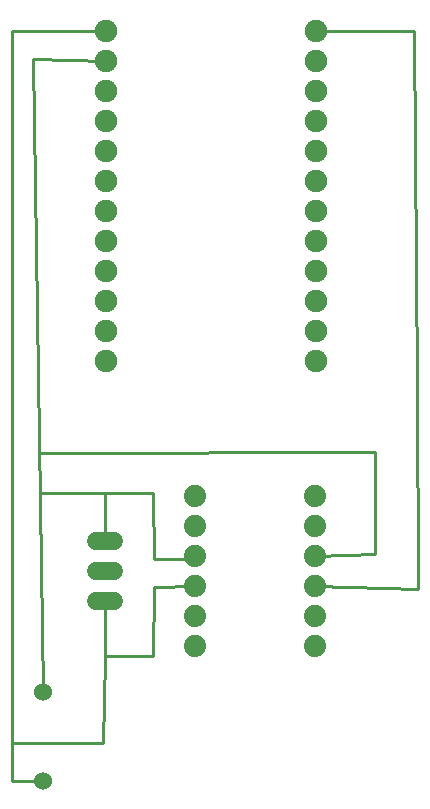
<source format=gbl>
G04 Layer: BottomLayer*
G04 EasyEDA v6.3.53, 2020-06-18T19:39:47--4:00*
G04 e7e3e9cc35ab4c03949e4311758ff5c7,7c2c677999ea4ec384e77b3a21fa14ba,10*
G04 Gerber Generator version 0.2*
G04 Scale: 100 percent, Rotated: No, Reflected: No *
G04 Dimensions in millimeters *
G04 leading zeros omitted , absolute positions ,3 integer and 3 decimal *
%FSLAX33Y33*%
%MOMM*%
G90*
G71D02*

%ADD10C,0.254000*%
%ADD12C,1.524000*%
%ADD13C,1.879600*%
%ADD14C,1.905000*%
%ADD15C,1.507998*%

%LPD*%
G54D10*
G01X27940Y26035D02*
G01X33020Y26162D01*
G01X33020Y34798D01*
G01X4622Y34772D01*
G01X28067Y70485D02*
G01X36322Y70485D01*
G01X36576Y40513D01*
G01X36703Y23241D01*
G01X27940Y23495D01*
G01X10287Y70485D02*
G01X2286Y70485D01*
G01X2286Y6985D01*
G01X4953Y6985D01*
G01X10264Y31369D02*
G01X10160Y31264D01*
G01X10160Y27305D01*
G01X10541Y31369D02*
G01X14224Y31369D01*
G01X14351Y25781D01*
G01X17526Y25781D01*
G01X17780Y26035D01*
G01X10541Y31369D02*
G01X4673Y31369D01*
G01X10160Y22225D02*
G01X10160Y17270D01*
G01X10033Y10160D01*
G01X2280Y10154D01*
G01X4953Y14478D02*
G01X4064Y68072D01*
G01X10287Y67945D01*
G01X10160Y17526D02*
G01X14224Y17526D01*
G01X14351Y23368D01*
G01X17780Y23495D01*
G54D12*
G01X10287Y70485D03*
G01X10287Y67945D03*
G01X10287Y65405D03*
G01X10287Y62865D03*
G01X10287Y60325D03*
G01X10287Y57785D03*
G01X10287Y55245D03*
G01X10287Y52705D03*
G01X10287Y50165D03*
G01X10287Y47625D03*
G01X10287Y45085D03*
G01X10287Y42545D03*
G01X10160Y27305D03*
G01X10160Y24765D03*
G01X10160Y22225D03*
G01X4953Y14478D03*
G01X4953Y6985D03*
G01X17780Y18415D03*
G01X17780Y20955D03*
G01X17780Y23495D03*
G01X17780Y26035D03*
G01X17780Y28575D03*
G01X17780Y31115D03*
G01X27940Y28575D03*
G01X27940Y26035D03*
G01X27940Y23495D03*
G01X27940Y20955D03*
G01X27940Y18415D03*
G01X28067Y42545D03*
G01X28067Y45085D03*
G01X28067Y47625D03*
G01X28067Y50165D03*
G01X28067Y52705D03*
G01X28067Y55245D03*
G01X28067Y57785D03*
G01X28067Y60325D03*
G01X28067Y62865D03*
G01X28067Y65405D03*
G01X28067Y67945D03*
G01X28067Y70485D03*
G01X27940Y31115D03*
G54D13*
G01X27940Y18415D03*
G01X27940Y20955D03*
G01X27940Y23495D03*
G01X27940Y26035D03*
G01X27940Y28575D03*
G01X27940Y31115D03*
G01X17780Y31115D03*
G01X17780Y28575D03*
G01X17780Y26035D03*
G01X17780Y23495D03*
G01X17780Y20955D03*
G01X17780Y18415D03*
G54D14*
G01X28067Y70485D03*
G01X28067Y67945D03*
G01X28067Y65405D03*
G01X28067Y62865D03*
G01X28067Y60325D03*
G01X28067Y57785D03*
G01X28067Y55245D03*
G01X28067Y52705D03*
G01X28067Y50165D03*
G01X28067Y47625D03*
G01X28067Y45085D03*
G01X28067Y42545D03*
G01X10287Y42545D03*
G01X10287Y45085D03*
G01X10287Y47625D03*
G01X10287Y50165D03*
G01X10287Y52705D03*
G01X10287Y55245D03*
G01X10287Y57785D03*
G01X10287Y60325D03*
G01X10287Y62865D03*
G01X10287Y65405D03*
G01X10287Y67945D03*
G01X10287Y70485D03*
G54D15*
G01X9406Y22225D02*
G01X10913Y22225D01*
G01X9406Y24765D02*
G01X10913Y24765D01*
G01X9406Y27305D02*
G01X10913Y27305D01*
M00*
M02*

</source>
